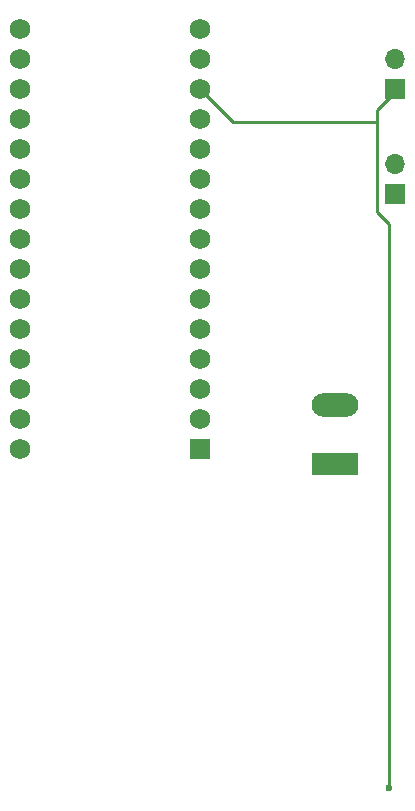
<source format=gbl>
G04 #@! TF.FileFunction,Copper,L2,Bot,Signal*
%FSLAX46Y46*%
G04 Gerber Fmt 4.6, Leading zero omitted, Abs format (unit mm)*
G04 Created by KiCad (PCBNEW 4.0.7) date 2018 June 21, Thursday 20:27:03*
%MOMM*%
%LPD*%
G01*
G04 APERTURE LIST*
%ADD10C,0.100000*%
%ADD11C,1.727200*%
%ADD12R,1.727200X1.727200*%
%ADD13R,3.960000X1.980000*%
%ADD14O,3.960000X1.980000*%
%ADD15R,1.700000X1.700000*%
%ADD16O,1.700000X1.700000*%
%ADD17C,0.600000*%
%ADD18C,0.400000*%
%ADD19C,0.250000*%
G04 APERTURE END LIST*
D10*
D11*
X135890000Y-105410000D03*
X135890000Y-102870000D03*
X135890000Y-100330000D03*
X135890000Y-97790000D03*
X135890000Y-95250000D03*
X135890000Y-92710000D03*
X135890000Y-90170000D03*
X135890000Y-87630000D03*
X135890000Y-85090000D03*
X135890000Y-82550000D03*
X135890000Y-80010000D03*
X135890000Y-77470000D03*
X135890000Y-74930000D03*
X135890000Y-72390000D03*
X135890000Y-69850000D03*
X151130000Y-69850000D03*
X151130000Y-72390000D03*
X151130000Y-74930000D03*
X151130000Y-77470000D03*
X151130000Y-80010000D03*
X151130000Y-82550000D03*
X151130000Y-85090000D03*
X151130000Y-87630000D03*
X151130000Y-90170000D03*
X151130000Y-92710000D03*
X151130000Y-95250000D03*
X151130000Y-97790000D03*
X151130000Y-100330000D03*
X151130000Y-102870000D03*
D12*
X151130000Y-105410000D03*
D13*
X162560000Y-106680000D03*
D14*
X162560000Y-101680000D03*
D15*
X167640000Y-83820000D03*
D16*
X167640000Y-81280000D03*
D15*
X167640000Y-74930000D03*
D16*
X167640000Y-72390000D03*
D17*
X167132000Y-134112000D03*
D18*
X162560000Y-101600000D02*
X162560000Y-101680000D01*
X162560000Y-101600000D02*
X162560000Y-101680000D01*
X162560000Y-101680000D02*
X162560000Y-101600000D01*
D19*
X167132000Y-72644000D02*
X167640000Y-72644000D01*
X167640000Y-72644000D02*
X167640000Y-72390000D01*
X166116000Y-77724000D02*
X153924000Y-77724000D01*
X153924000Y-77724000D02*
X151130000Y-74930000D01*
X167640000Y-74930000D02*
X167640000Y-75184000D01*
X167640000Y-75184000D02*
X166116000Y-76708000D01*
X166116000Y-76708000D02*
X166116000Y-77724000D01*
X166116000Y-77724000D02*
X166116000Y-85344000D01*
X166116000Y-85344000D02*
X167132000Y-86360000D01*
X167132000Y-86360000D02*
X167132000Y-134112000D01*
X167640000Y-74930000D02*
X167640000Y-75184000D01*
M02*

</source>
